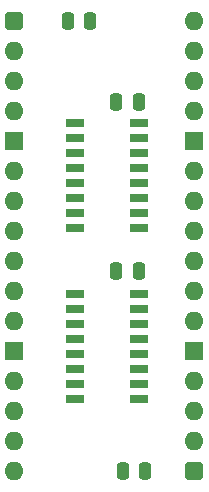
<source format=gts>
%TF.GenerationSoftware,KiCad,Pcbnew,9.0.2*%
%TF.CreationDate,2025-08-22T18:41:55+02:00*%
%TF.ProjectId,Added 8bit,41646465-6420-4386-9269-742e6b696361,V0*%
%TF.SameCoordinates,Original*%
%TF.FileFunction,Soldermask,Top*%
%TF.FilePolarity,Negative*%
%FSLAX46Y46*%
G04 Gerber Fmt 4.6, Leading zero omitted, Abs format (unit mm)*
G04 Created by KiCad (PCBNEW 9.0.2) date 2025-08-22 18:41:55*
%MOMM*%
%LPD*%
G01*
G04 APERTURE LIST*
G04 Aperture macros list*
%AMRoundRect*
0 Rectangle with rounded corners*
0 $1 Rounding radius*
0 $2 $3 $4 $5 $6 $7 $8 $9 X,Y pos of 4 corners*
0 Add a 4 corners polygon primitive as box body*
4,1,4,$2,$3,$4,$5,$6,$7,$8,$9,$2,$3,0*
0 Add four circle primitives for the rounded corners*
1,1,$1+$1,$2,$3*
1,1,$1+$1,$4,$5*
1,1,$1+$1,$6,$7*
1,1,$1+$1,$8,$9*
0 Add four rect primitives between the rounded corners*
20,1,$1+$1,$2,$3,$4,$5,0*
20,1,$1+$1,$4,$5,$6,$7,0*
20,1,$1+$1,$6,$7,$8,$9,0*
20,1,$1+$1,$8,$9,$2,$3,0*%
G04 Aperture macros list end*
%ADD10RoundRect,0.250000X0.250000X0.475000X-0.250000X0.475000X-0.250000X-0.475000X0.250000X-0.475000X0*%
%ADD11R,1.550000X0.650000*%
%ADD12RoundRect,0.250000X-0.250000X-0.475000X0.250000X-0.475000X0.250000X0.475000X-0.250000X0.475000X0*%
%ADD13O,1.600000X1.600000*%
%ADD14R,1.600000X1.600000*%
%ADD15RoundRect,0.400000X-0.400000X-0.400000X0.400000X-0.400000X0.400000X0.400000X-0.400000X0.400000X0*%
G04 APERTURE END LIST*
D10*
%TO.C,C8*%
X9194000Y-38100000D03*
X11094000Y-38100000D03*
%TD*%
%TO.C,C1*%
X8641000Y-21209000D03*
X10541000Y-21209000D03*
%TD*%
D11*
%TO.C,IC3*%
X10554000Y-8678300D03*
X10554000Y-9948300D03*
X10554000Y-11218300D03*
X10554000Y-12488300D03*
X10554000Y-13758300D03*
X10554000Y-15028300D03*
X10554000Y-16298300D03*
X10554000Y-17568300D03*
X5104000Y-17568300D03*
X5104000Y-16298300D03*
X5104000Y-15028300D03*
X5104000Y-13758300D03*
X5104000Y-12488300D03*
X5104000Y-11218300D03*
X5104000Y-9948300D03*
X5104000Y-8678300D03*
%TD*%
D12*
%TO.C,C9*%
X6427000Y0D03*
X4527000Y0D03*
%TD*%
D10*
%TO.C,C2*%
X8641000Y-6858000D03*
X10541000Y-6858000D03*
%TD*%
D11*
%TO.C,IC4*%
X10554000Y-23114000D03*
X10554000Y-24384000D03*
X10554000Y-25654000D03*
X10554000Y-26924000D03*
X10554000Y-28194000D03*
X10554000Y-29464000D03*
X10554000Y-30734000D03*
X10554000Y-32004000D03*
X5104000Y-32004000D03*
X5104000Y-30734000D03*
X5104000Y-29464000D03*
X5104000Y-28194000D03*
X5104000Y-26924000D03*
X5104000Y-25654000D03*
X5104000Y-24384000D03*
X5104000Y-23114000D03*
%TD*%
D13*
%TO.C,J2*%
X15240000Y0D03*
X15240000Y-2540000D03*
X15240000Y-5080000D03*
X15240000Y-7620000D03*
D14*
X15240000Y-10160000D03*
D13*
X15240000Y-12700000D03*
X15240000Y-15240000D03*
X15240000Y-17780000D03*
X15240000Y-20320000D03*
X15240000Y-22860000D03*
X15240000Y-25400000D03*
D14*
X15240000Y-27940000D03*
D13*
X15240000Y-30480000D03*
X15240000Y-33020000D03*
X15240000Y-35560000D03*
D15*
X15240000Y-38100000D03*
D13*
X0Y-38100000D03*
X0Y-35560000D03*
X0Y-33020000D03*
X0Y-30480000D03*
D14*
X0Y-27940000D03*
D13*
X0Y-25400000D03*
X0Y-22860000D03*
X0Y-20320000D03*
X0Y-17780000D03*
X0Y-15240000D03*
X0Y-12700000D03*
D14*
X0Y-10160000D03*
D13*
X0Y-7620000D03*
X0Y-5080000D03*
X0Y-2540000D03*
D15*
X0Y0D03*
%TD*%
M02*

</source>
